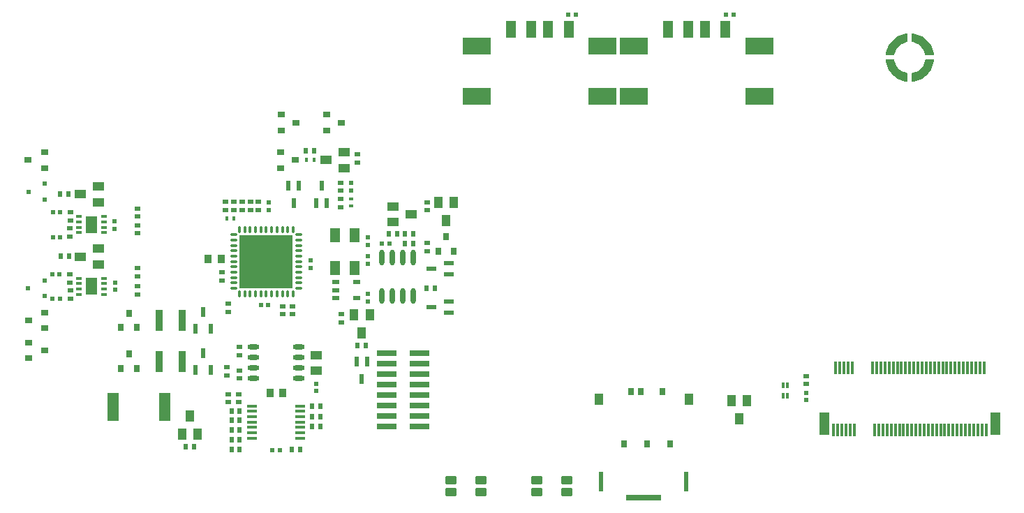
<source format=gbp>
G04*
G04 #@! TF.GenerationSoftware,Altium Limited,Altium NEXUS,2.0.15 (191)*
G04*
G04 Layer_Color=128*
%FSLAX25Y25*%
%MOIN*%
G70*
G01*
G75*
%ADD12R,0.02441X0.02441*%
%ADD13R,0.02559X0.02165*%
%ADD14R,0.02362X0.01968*%
%ADD15R,0.03937X0.05512*%
%ADD20R,0.05512X0.03937*%
%ADD21R,0.02165X0.01772*%
%ADD22R,0.01772X0.02165*%
%ADD23R,0.02165X0.02559*%
%ADD45R,0.03150X0.03543*%
G04:AMPARAMS|DCode=47|XSize=21.65mil|YSize=31.5mil|CornerRadius=1.95mil|HoleSize=0mil|Usage=FLASHONLY|Rotation=90.000|XOffset=0mil|YOffset=0mil|HoleType=Round|Shape=RoundedRectangle|*
%AMROUNDEDRECTD47*
21,1,0.02165,0.02760,0,0,90.0*
21,1,0.01776,0.03150,0,0,90.0*
1,1,0.00390,0.01380,0.00888*
1,1,0.00390,0.01380,-0.00888*
1,1,0.00390,-0.01380,-0.00888*
1,1,0.00390,-0.01380,0.00888*
%
%ADD47ROUNDEDRECTD47*%
%ADD52R,0.02441X0.02441*%
%ADD53R,0.03543X0.03937*%
%ADD54R,0.03543X0.03150*%
%ADD58R,0.01181X0.02756*%
%ADD107R,0.09449X0.02953*%
%ADD108R,0.04961X0.01417*%
%ADD109R,0.03158X0.03827*%
%ADD110R,0.01968X0.04921*%
%ADD111R,0.04921X0.01968*%
%ADD112R,0.03740X0.10236*%
%ADD113R,0.02165X0.05039*%
%ADD114R,0.03827X0.03158*%
%ADD116R,0.04331X0.05512*%
%ADD117R,0.02362X0.09646*%
%ADD118R,0.16929X0.02953*%
%ADD119R,0.01181X0.06102*%
%ADD120R,0.04724X0.10827*%
%ADD121R,0.05787X0.07874*%
%ADD122R,0.02756X0.01181*%
%ADD123O,0.05709X0.02362*%
%ADD124O,0.02362X0.07480*%
%ADD125R,0.05709X0.13583*%
%ADD126R,0.05512X0.04134*%
%ADD127O,0.03347X0.01181*%
%ADD128O,0.01181X0.03347*%
%ADD129R,0.25787X0.25787*%
G04:AMPARAMS|DCode=130|XSize=55.12mil|YSize=41.34mil|CornerRadius=10.34mil|HoleSize=0mil|Usage=FLASHONLY|Rotation=180.000|XOffset=0mil|YOffset=0mil|HoleType=Round|Shape=RoundedRectangle|*
%AMROUNDEDRECTD130*
21,1,0.05512,0.02067,0,0,180.0*
21,1,0.03445,0.04134,0,0,180.0*
1,1,0.02067,-0.01722,0.01034*
1,1,0.02067,0.01722,0.01034*
1,1,0.02067,0.01722,-0.01034*
1,1,0.02067,-0.01722,-0.01034*
%
%ADD130ROUNDEDRECTD130*%
%ADD131R,0.04921X0.07874*%
%ADD132R,0.13780X0.07874*%
%ADD133R,0.04724X0.07087*%
%ADD228R,0.02362X0.01968*%
G36*
X442384Y213958D02*
X442471Y212942D01*
X442995Y210971D01*
X443855Y209122D01*
X445023Y207450D01*
X446465Y206008D01*
X448137Y204840D01*
X449986Y203980D01*
X451957Y203456D01*
X452973Y203369D01*
D01*
Y207527D01*
X452972D01*
X452371Y207632D01*
X451203Y207987D01*
X450109Y208527D01*
X449117Y209239D01*
X448253Y210102D01*
X447542Y211093D01*
X447002Y212188D01*
X446646Y213356D01*
X446542Y213957D01*
D01*
Y213958D01*
X442384D01*
D02*
G37*
G36*
X452973Y226514D02*
X451957Y226428D01*
X449986Y225904D01*
X448137Y225044D01*
X446465Y223875D01*
X445023Y222433D01*
X443855Y220762D01*
X442995Y218913D01*
X442471Y216942D01*
X442384Y215926D01*
Y215926D01*
X446541D01*
Y215926D01*
X446646Y216528D01*
X447002Y217696D01*
X447542Y218790D01*
X448253Y219782D01*
X449116Y220645D01*
X450108Y221356D01*
X451203Y221897D01*
X452371Y222252D01*
X452972Y222357D01*
Y222357D01*
X452973D01*
Y226514D01*
D02*
G37*
G36*
X454941Y203369D02*
X455957Y203456D01*
X457928Y203980D01*
X459777Y204840D01*
X461448Y206008D01*
X462890Y207450D01*
X464059Y209122D01*
X464919Y210971D01*
X465443Y212942D01*
X465529Y213958D01*
X465529D01*
X461372D01*
X461372Y213958D01*
X461267Y213356D01*
X460912Y212188D01*
X460371Y211094D01*
X459660Y210102D01*
X458797Y209239D01*
X457805Y208527D01*
X456711Y207987D01*
X455543Y207632D01*
X454941Y207527D01*
X454941D01*
X454941D01*
X454941Y203369D01*
D02*
G37*
G36*
X465529Y215926D02*
X465443Y216942D01*
X464919Y218913D01*
X464059Y220762D01*
X462890Y222433D01*
X461448Y223875D01*
X459777Y225044D01*
X457928Y225904D01*
X455957Y226428D01*
X454941Y226514D01*
X454941Y226514D01*
Y222357D01*
X454941Y222357D01*
X455543Y222252D01*
X456710Y221897D01*
X457805Y221356D01*
X458797Y220645D01*
X459660Y219782D01*
X460371Y218790D01*
X460912Y217696D01*
X461267Y216528D01*
X461372Y215926D01*
X461372Y215926D01*
Y215926D01*
X465529Y215926D01*
D02*
G37*
D12*
X170374Y55643D02*
D03*
Y59186D02*
D03*
X195000Y98461D02*
D03*
Y102005D02*
D03*
X74398Y103953D02*
D03*
Y107496D02*
D03*
X167788Y114563D02*
D03*
Y118107D02*
D03*
X74260Y133219D02*
D03*
Y136763D02*
D03*
X147696Y142216D02*
D03*
Y145760D02*
D03*
X195065Y125419D02*
D03*
Y128962D02*
D03*
X195065Y120071D02*
D03*
Y116527D02*
D03*
X187077Y155001D02*
D03*
Y151458D02*
D03*
D13*
X133858Y72658D02*
D03*
Y76595D02*
D03*
X133884Y61594D02*
D03*
Y65531D02*
D03*
X133408Y54204D02*
D03*
Y50267D02*
D03*
X128561D02*
D03*
Y54204D02*
D03*
X128356Y97256D02*
D03*
Y93319D02*
D03*
X127756Y63091D02*
D03*
Y67028D02*
D03*
X154331Y96198D02*
D03*
Y92261D02*
D03*
X159142Y96198D02*
D03*
Y92261D02*
D03*
X190000Y168650D02*
D03*
Y164713D02*
D03*
X52984Y111488D02*
D03*
Y107551D02*
D03*
X53000Y99874D02*
D03*
Y103811D02*
D03*
X125582Y112402D02*
D03*
Y108465D02*
D03*
X85000Y138948D02*
D03*
Y142885D02*
D03*
X85000Y110354D02*
D03*
Y114291D02*
D03*
X85000Y134887D02*
D03*
Y130950D02*
D03*
X85000Y105841D02*
D03*
Y101904D02*
D03*
X223579Y126241D02*
D03*
Y122304D02*
D03*
Y141911D02*
D03*
Y145848D02*
D03*
X53000Y141172D02*
D03*
Y137235D02*
D03*
X52835Y129400D02*
D03*
Y133337D02*
D03*
X127287Y142217D02*
D03*
Y146154D02*
D03*
X131224Y142216D02*
D03*
Y146153D02*
D03*
X135063Y142217D02*
D03*
Y146153D02*
D03*
X139000Y142217D02*
D03*
Y146154D02*
D03*
X142937Y142217D02*
D03*
Y146154D02*
D03*
X182612Y88470D02*
D03*
Y92407D02*
D03*
X182097Y147497D02*
D03*
Y143560D02*
D03*
X182112Y155198D02*
D03*
Y151261D02*
D03*
X404650Y58920D02*
D03*
Y62857D02*
D03*
D14*
Y54817D02*
D03*
Y51273D02*
D03*
D15*
X192260Y83521D02*
D03*
X196000Y92183D02*
D03*
X188520D02*
D03*
X372417Y42488D02*
D03*
X376157Y51150D02*
D03*
X368676D02*
D03*
X232418Y137163D02*
D03*
X236158Y145824D02*
D03*
X228678D02*
D03*
X110088Y43729D02*
D03*
X106348Y35067D02*
D03*
X113829D02*
D03*
D20*
X207093Y136416D02*
D03*
Y143896D02*
D03*
X215755Y140156D02*
D03*
X57709Y149583D02*
D03*
X66370Y145843D02*
D03*
Y153323D02*
D03*
X57709Y119854D02*
D03*
X66370Y116114D02*
D03*
Y123594D02*
D03*
X175043Y165938D02*
D03*
X183705Y162198D02*
D03*
Y169679D02*
D03*
D21*
X187077Y147498D02*
D03*
Y143954D02*
D03*
D22*
X127681Y138004D02*
D03*
X131224D02*
D03*
X165855Y165938D02*
D03*
X169399D02*
D03*
D23*
X133968Y27877D02*
D03*
X130032D02*
D03*
X133968Y45937D02*
D03*
X130032D02*
D03*
X108120Y29098D02*
D03*
X112057D02*
D03*
X169596Y170523D02*
D03*
X165658D02*
D03*
X52565Y120002D02*
D03*
X48628D02*
D03*
X216729Y126015D02*
D03*
X212792D02*
D03*
X212854Y130603D02*
D03*
X216791D02*
D03*
X227040Y104836D02*
D03*
X223103D02*
D03*
X52228Y149583D02*
D03*
X48291D02*
D03*
X205324Y130602D02*
D03*
X209261D02*
D03*
X133968Y32483D02*
D03*
X130032D02*
D03*
X133968Y37154D02*
D03*
X130032D02*
D03*
X133968Y41585D02*
D03*
X130032D02*
D03*
X194117Y77553D02*
D03*
X190180D02*
D03*
X168631Y48513D02*
D03*
X172569D02*
D03*
X162841Y27888D02*
D03*
X158904D02*
D03*
X168596Y38691D02*
D03*
X172533D02*
D03*
X172533Y43395D02*
D03*
X168596D02*
D03*
D45*
X328553Y30451D02*
D03*
X320915Y55412D02*
D03*
X335915D02*
D03*
X339576Y30451D02*
D03*
X317529D02*
D03*
X325639Y55412D02*
D03*
D47*
X179823Y100132D02*
D03*
Y103872D02*
D03*
Y107612D02*
D03*
X189862D02*
D03*
Y100132D02*
D03*
D52*
X149500Y27483D02*
D03*
X153043D02*
D03*
X147638Y96630D02*
D03*
X144094D02*
D03*
X44412Y111463D02*
D03*
X47955D02*
D03*
X44457Y99874D02*
D03*
X48000D02*
D03*
X205496Y126077D02*
D03*
X201953D02*
D03*
X44734Y141078D02*
D03*
X48278D02*
D03*
X44778Y129227D02*
D03*
X48322D02*
D03*
X366240Y235520D02*
D03*
X369783D02*
D03*
X290945Y235323D02*
D03*
X294488D02*
D03*
D53*
X154650Y54633D02*
D03*
X148351D02*
D03*
X125000Y118799D02*
D03*
X118701D02*
D03*
D54*
X32916Y165938D02*
D03*
X40790Y162198D02*
D03*
Y169679D02*
D03*
X40937Y75064D02*
D03*
X33063Y78804D02*
D03*
Y71324D02*
D03*
X33058Y89408D02*
D03*
X40932Y85668D02*
D03*
Y93148D02*
D03*
D58*
X393390Y53323D02*
D03*
X395555D02*
D03*
X393390Y58244D02*
D03*
X395555D02*
D03*
D107*
X219677Y68823D02*
D03*
Y63823D02*
D03*
Y58823D02*
D03*
Y38823D02*
D03*
Y43823D02*
D03*
Y48823D02*
D03*
Y53823D02*
D03*
Y73823D02*
D03*
X204323Y58823D02*
D03*
Y73823D02*
D03*
Y68823D02*
D03*
Y63823D02*
D03*
Y53823D02*
D03*
Y48823D02*
D03*
Y43823D02*
D03*
Y38823D02*
D03*
D108*
X162689Y48513D02*
D03*
X139854Y33158D02*
D03*
Y35717D02*
D03*
Y38276D02*
D03*
Y40836D02*
D03*
Y43395D02*
D03*
Y45954D02*
D03*
Y48513D02*
D03*
X162689Y33158D02*
D03*
Y35717D02*
D03*
Y38276D02*
D03*
Y40836D02*
D03*
Y43395D02*
D03*
Y45954D02*
D03*
D109*
X232418Y129255D02*
D03*
X228678Y122287D02*
D03*
X236158D02*
D03*
X81000Y73268D02*
D03*
X77260Y66299D02*
D03*
X84740D02*
D03*
X81000Y92882D02*
D03*
X77260Y85914D02*
D03*
X84740D02*
D03*
D110*
X159709Y145331D02*
D03*
X162268Y153796D02*
D03*
X157150D02*
D03*
X173063Y153843D02*
D03*
X170503Y145378D02*
D03*
X175622D02*
D03*
X192260Y61299D02*
D03*
X194819Y69764D02*
D03*
X189701D02*
D03*
D111*
X225508Y95734D02*
D03*
X233972Y93175D02*
D03*
Y98293D02*
D03*
X225432Y114017D02*
D03*
X233896Y111458D02*
D03*
Y116576D02*
D03*
D112*
X106512Y69784D02*
D03*
X95488D02*
D03*
X106512Y89398D02*
D03*
X95488D02*
D03*
D113*
X120145Y65787D02*
D03*
X112664D02*
D03*
X116405Y73780D02*
D03*
X120145Y85402D02*
D03*
X112664D02*
D03*
X116405Y93394D02*
D03*
D114*
X182484Y183835D02*
D03*
X175516Y187576D02*
D03*
Y180095D02*
D03*
X153847D02*
D03*
Y187576D02*
D03*
X160815Y183835D02*
D03*
X153658Y162198D02*
D03*
Y169679D02*
D03*
X160627Y165938D02*
D03*
D116*
X305443Y51869D02*
D03*
X348356D02*
D03*
D117*
X347175Y12302D02*
D03*
X306624D02*
D03*
D118*
X326899Y4723D02*
D03*
D119*
X417505Y37154D02*
D03*
X419474D02*
D03*
X421442D02*
D03*
X423411D02*
D03*
X425379D02*
D03*
X427348D02*
D03*
X437190D02*
D03*
X439159D02*
D03*
X441127D02*
D03*
X443096D02*
D03*
X445064D02*
D03*
X447033D02*
D03*
X449001D02*
D03*
X450970D02*
D03*
X452938D02*
D03*
X454907D02*
D03*
X456875D02*
D03*
X458844D02*
D03*
X460812D02*
D03*
X462781D02*
D03*
X464749D02*
D03*
X466718D02*
D03*
X468686D02*
D03*
X470655D02*
D03*
X472623D02*
D03*
X474592D02*
D03*
X476560D02*
D03*
X478529D02*
D03*
X480497D02*
D03*
X482466D02*
D03*
X484434D02*
D03*
X486403D02*
D03*
X488371D02*
D03*
X490340D02*
D03*
X418490Y66878D02*
D03*
X420458D02*
D03*
X422427D02*
D03*
X424395D02*
D03*
X426364D02*
D03*
X436206D02*
D03*
X438175D02*
D03*
X440143D02*
D03*
X442112D02*
D03*
X444080D02*
D03*
X446049D02*
D03*
X448017D02*
D03*
X449986D02*
D03*
X451954D02*
D03*
X453923D02*
D03*
X455891D02*
D03*
X457860D02*
D03*
X459828D02*
D03*
X461797D02*
D03*
X463765D02*
D03*
X465734D02*
D03*
X467702D02*
D03*
X469671D02*
D03*
X471639D02*
D03*
X473608D02*
D03*
X475576D02*
D03*
X477545D02*
D03*
X479513D02*
D03*
X481482D02*
D03*
X483450D02*
D03*
X485419D02*
D03*
X487387D02*
D03*
X489356D02*
D03*
D120*
X413175Y40205D02*
D03*
X494671D02*
D03*
D121*
X63260Y135110D02*
D03*
X63221Y105681D02*
D03*
D122*
X57315Y131271D02*
D03*
Y133830D02*
D03*
Y136389D02*
D03*
Y138948D02*
D03*
X69205Y131271D02*
D03*
Y133830D02*
D03*
Y136389D02*
D03*
Y138948D02*
D03*
X57276Y101842D02*
D03*
Y104401D02*
D03*
Y106960D02*
D03*
Y109519D02*
D03*
X69165Y101842D02*
D03*
Y104401D02*
D03*
Y106960D02*
D03*
Y109519D02*
D03*
D123*
X162106Y76595D02*
D03*
Y71595D02*
D03*
Y66594D02*
D03*
Y61594D02*
D03*
X140650Y76595D02*
D03*
Y71595D02*
D03*
Y66594D02*
D03*
Y61594D02*
D03*
D124*
X201906Y119519D02*
D03*
X206906D02*
D03*
X211906D02*
D03*
X216906D02*
D03*
X201906Y101015D02*
D03*
X206906D02*
D03*
X211906D02*
D03*
X216906D02*
D03*
D125*
X98000Y47914D02*
D03*
X73591D02*
D03*
D126*
X170472Y72835D02*
D03*
Y65354D02*
D03*
D127*
X131299Y104724D02*
D03*
Y107283D02*
D03*
Y109843D02*
D03*
Y112401D02*
D03*
Y114961D02*
D03*
Y117520D02*
D03*
Y120079D02*
D03*
Y122638D02*
D03*
Y125197D02*
D03*
Y127756D02*
D03*
Y130315D02*
D03*
X162008D02*
D03*
Y127756D02*
D03*
Y125197D02*
D03*
Y122638D02*
D03*
Y120079D02*
D03*
Y117520D02*
D03*
Y114961D02*
D03*
Y112401D02*
D03*
Y109843D02*
D03*
Y107283D02*
D03*
Y104724D02*
D03*
D128*
X133858Y132874D02*
D03*
X136417D02*
D03*
X138976D02*
D03*
X141535D02*
D03*
X144094D02*
D03*
X146653D02*
D03*
X149213D02*
D03*
X151771D02*
D03*
X154331D02*
D03*
X156890D02*
D03*
X159449D02*
D03*
Y102165D02*
D03*
X156890D02*
D03*
X154331D02*
D03*
X151771D02*
D03*
X149213D02*
D03*
X146653D02*
D03*
X144094D02*
D03*
X141535D02*
D03*
X138976D02*
D03*
X136417D02*
D03*
X133858D02*
D03*
D129*
X146653Y117520D02*
D03*
D130*
X290087Y13232D02*
D03*
X275913D02*
D03*
X290087Y7523D02*
D03*
X275913D02*
D03*
X234968Y7523D02*
D03*
X249141D02*
D03*
X234968Y13232D02*
D03*
X249141D02*
D03*
D131*
X273317Y228253D02*
D03*
X281191D02*
D03*
X263475D02*
D03*
X291034D02*
D03*
X348263Y228252D02*
D03*
X356137D02*
D03*
X338421D02*
D03*
X365980D02*
D03*
D132*
X307274Y220379D02*
D03*
X247235D02*
D03*
X307274Y196363D02*
D03*
X247235D02*
D03*
X382220Y220378D02*
D03*
X322180D02*
D03*
X382220Y196362D02*
D03*
X322180D02*
D03*
D133*
X188836Y114488D02*
D03*
Y130236D02*
D03*
X179387D02*
D03*
Y114488D02*
D03*
D228*
X33063Y150836D02*
D03*
X40937Y154576D02*
D03*
Y147095D02*
D03*
X40775Y100983D02*
D03*
Y108463D02*
D03*
X32901Y104723D02*
D03*
M02*

</source>
